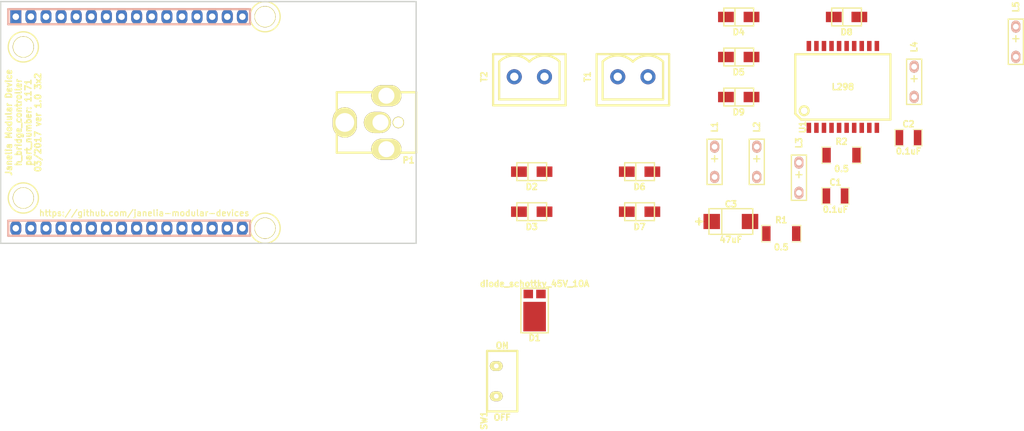
<source format=kicad_pcb>
(kicad_pcb (version 20170123) (host pcbnew no-vcs-found-45d1082~58~ubuntu16.04.1)

  (general
    (links 59)
    (no_connects 59)
    (area 85.356699 68.211699 259.953111 140.926461)
    (thickness 1.6)
    (drawings 6)
    (tracks 0)
    (zones 0)
    (modules 25)
    (nets 18)
  )

  (page A4)
  (title_block
    (title h_bridge_controller_3x2)
    (rev 1.0)
  )

  (layers
    (0 F.Cu signal)
    (31 B.Cu signal)
    (32 B.Adhes user)
    (33 F.Adhes user)
    (34 B.Paste user)
    (35 F.Paste user)
    (36 B.SilkS user)
    (37 F.SilkS user)
    (38 B.Mask user)
    (39 F.Mask user)
    (40 Dwgs.User user hide)
    (41 Cmts.User user)
    (42 Eco1.User user)
    (43 Eco2.User user)
    (44 Edge.Cuts user)
    (45 Margin user)
    (46 B.CrtYd user)
    (47 F.CrtYd user)
    (48 B.Fab user)
    (49 F.Fab user hide)
  )

  (setup
    (last_trace_width 0.254)
    (trace_clearance 0.0254)
    (zone_clearance 0.2032)
    (zone_45_only no)
    (trace_min 0.254)
    (segment_width 0.2286)
    (edge_width 0.2286)
    (via_size 0.889)
    (via_drill 0.635)
    (via_min_size 0.889)
    (via_min_drill 0.508)
    (uvia_size 0.508)
    (uvia_drill 0.127)
    (uvias_allowed no)
    (uvia_min_size 0.508)
    (uvia_min_drill 0.127)
    (pcb_text_width 0.3)
    (pcb_text_size 1.5 1.5)
    (mod_edge_width 0.381)
    (mod_text_size 1 1)
    (mod_text_width 0.15)
    (pad_size 1.016 4.4958)
    (pad_drill 0)
    (pad_to_mask_clearance 0)
    (aux_axis_origin 0 0)
    (visible_elements FFFFF77F)
    (pcbplotparams
      (layerselection 0x000f0_ffffffff)
      (usegerberextensions true)
      (excludeedgelayer false)
      (linewidth 0.100000)
      (plotframeref false)
      (viasonmask false)
      (mode 1)
      (useauxorigin false)
      (hpglpennumber 1)
      (hpglpenspeed 20)
      (hpglpendiameter 15)
      (psnegative false)
      (psa4output false)
      (plotreference true)
      (plotvalue true)
      (plotinvisibletext false)
      (padsonsilk false)
      (subtractmaskfromsilk true)
      (outputformat 1)
      (mirror false)
      (drillshape 0)
      (scaleselection 1)
      (outputdirectory gerbers/))
  )

  (net 0 "")
  (net 1 VAA)
  (net 2 GND)
  (net 3 VEE)
  (net 4 VDD)
  (net 5 /h_bridge_0/OUT_+_0)
  (net 6 /h_bridge_0/OUT_-_0)
  (net 7 /h_bridge_0/OUT_+_1)
  (net 8 /h_bridge_0/OUT_-_1)
  (net 9 LED_GND)
  (net 10 /SENSE_0)
  (net 11 /SENSE_1)
  (net 12 /DIR_A_0)
  (net 13 /DIR_B_0)
  (net 14 /DIR_A_1)
  (net 15 /DIR_B_1)
  (net 16 /ENABLE_0)
  (net 17 /ENABLE_1)

  (net_class Default "This is the default net class."
    (clearance 0.0254)
    (trace_width 0.254)
    (via_dia 0.889)
    (via_drill 0.635)
    (uvia_dia 0.508)
    (uvia_drill 0.127)
    (diff_pair_gap 0.254)
    (diff_pair_width 0.254)
    (add_net /DIR_A_0)
    (add_net /DIR_A_1)
    (add_net /DIR_B_0)
    (add_net /DIR_B_1)
    (add_net /ENABLE_0)
    (add_net /ENABLE_1)
    (add_net /SENSE_0)
    (add_net /SENSE_1)
    (add_net /h_bridge_0/OUT_+_0)
    (add_net /h_bridge_0/OUT_+_1)
    (add_net /h_bridge_0/OUT_-_0)
    (add_net /h_bridge_0/OUT_-_1)
    (add_net GND)
    (add_net LED_GND)
    (add_net VAA)
    (add_net VDD)
    (add_net VEE)
  )

  (net_class GND ""
    (clearance 0.1016)
    (trace_width 0.4064)
    (via_dia 0.889)
    (via_drill 0.635)
    (uvia_dia 0.508)
    (uvia_drill 0.127)
    (diff_pair_gap 0.254)
    (diff_pair_width 0.254)
  )

  (net_class LEDPOWER ""
    (clearance 0.254)
    (trace_width 0.6096)
    (via_dia 0.889)
    (via_drill 0.635)
    (uvia_dia 0.508)
    (uvia_drill 0.127)
    (diff_pair_gap 0.254)
    (diff_pair_width 0.254)
  )

  (net_class POWER ""
    (clearance 0.254)
    (trace_width 0.8128)
    (via_dia 0.889)
    (via_drill 0.635)
    (uvia_dia 0.508)
    (uvia_drill 0.127)
    (diff_pair_gap 0.254)
    (diff_pair_width 0.254)
  )

  (net_class SIGNAL ""
    (clearance 0.1016)
    (trace_width 0.4064)
    (via_dia 0.889)
    (via_drill 0.635)
    (uvia_dia 0.508)
    (uvia_drill 0.127)
    (diff_pair_gap 0.254)
    (diff_pair_width 0.254)
  )

  (net_class SUPERPOWER ""
    (clearance 0.254)
    (trace_width 1.2192)
    (via_dia 0.889)
    (via_drill 0.635)
    (uvia_dia 0.508)
    (uvia_drill 0.127)
    (diff_pair_gap 0.254)
    (diff_pair_width 0.254)
  )

  (module h_bridge_controller_3x2:MODULAR_DEVICE_BASE_3X2_MALE (layer F.Cu) (tedit 5894A56C) (tstamp 589B69A7)
    (at 107.315 88.9)
    (path /589B6745)
    (fp_text reference MDB1 (at 0 0) (layer F.SilkS) hide
      (effects (font (size 1.016 1.016) (thickness 0.254)))
    )
    (fp_text value MODULAR_DEVICE_BASE_3X2_MALE (at 0 2.54) (layer F.SilkS) hide
      (effects (font (thickness 0.3048)))
    )
    (fp_circle (center -17.78 -12.7) (end -15.24 -12.7) (layer F.SilkS) (width 0.2286))
    (fp_circle (center -17.78 12.7) (end -15.24 12.7) (layer F.SilkS) (width 0.2286))
    (fp_circle (center 22.86 17.78) (end 25.4 17.78) (layer F.SilkS) (width 0.2286))
    (fp_circle (center 22.86 -17.78) (end 25.4 -17.78) (layer F.SilkS) (width 0.2286))
    (fp_line (start -20.32 16.51) (end -20.32 19.05) (layer B.SilkS) (width 0.381))
    (fp_line (start -20.32 19.05) (end 20.32 19.05) (layer B.SilkS) (width 0.381))
    (fp_line (start 20.32 19.05) (end 20.32 16.51) (layer B.SilkS) (width 0.381))
    (fp_line (start 20.32 16.51) (end -20.32 16.51) (layer B.SilkS) (width 0.381))
    (fp_line (start -20.32 -19.05) (end -20.32 -16.51) (layer B.SilkS) (width 0.381))
    (fp_line (start -20.32 -16.51) (end 20.32 -16.51) (layer B.SilkS) (width 0.381))
    (fp_line (start 20.32 -16.51) (end 20.32 -19.05) (layer B.SilkS) (width 0.381))
    (fp_line (start 20.32 -19.05) (end -20.32 -19.05) (layer B.SilkS) (width 0.381))
    (fp_line (start -21.59 -20.32) (end -21.59 20.32) (layer F.Fab) (width 0.2286))
    (fp_line (start -21.59 20.32) (end 48.26 20.32) (layer F.Fab) (width 0.2286))
    (fp_line (start 48.26 20.32) (end 48.26 -20.32) (layer F.Fab) (width 0.2286))
    (fp_line (start 48.26 -20.32) (end -21.59 -20.32) (layer F.Fab) (width 0.2286))
    (pad GND thru_hole oval (at -16.51 -17.78) (size 1.8542 2.54) (drill 1.0922) (layers *.Cu *.Mask)
      (net 2 GND))
    (pad 24 thru_hole oval (at -13.97 -17.78) (size 1.8542 2.54) (drill 1.0922) (layers *.Cu *.Mask))
    (pad VDD thru_hole rect (at -19.05 -17.78) (size 1.8542 2.54) (drill 1.0922) (layers *.Cu *.Mask)
      (net 4 VDD))
    (pad 25 thru_hole oval (at -11.43 -17.78) (size 1.8542 2.54) (drill 1.0922) (layers *.Cu *.Mask))
    (pad 2 thru_hole oval (at -8.89 -17.78) (size 1.8542 2.54) (drill 1.0922) (layers *.Cu *.Mask))
    (pad 3 thru_hole oval (at -6.35 -17.78) (size 1.8542 2.54) (drill 1.0922) (layers *.Cu *.Mask))
    (pad 4 thru_hole oval (at -3.81 -17.78) (size 1.8542 2.54) (drill 1.0922) (layers *.Cu *.Mask))
    (pad 5 thru_hole oval (at -1.27 -17.78) (size 1.8542 2.54) (drill 1.0922) (layers *.Cu *.Mask))
    (pad 6 thru_hole oval (at 1.27 -17.78) (size 1.8542 2.54) (drill 1.0922) (layers *.Cu *.Mask))
    (pad 30 thru_hole oval (at 3.81 -17.78) (size 1.8542 2.54) (drill 1.0922) (layers *.Cu *.Mask))
    (pad 29 thru_hole oval (at 6.35 -17.78) (size 1.8542 2.54) (drill 1.0922) (layers *.Cu *.Mask))
    (pad 9 thru_hole oval (at 8.89 -17.78) (size 1.8542 2.54) (drill 1.0922) (layers *.Cu *.Mask))
    (pad 10 thru_hole oval (at 11.43 -17.78) (size 1.8542 2.54) (drill 1.0922) (layers *.Cu *.Mask))
    (pad 11 thru_hole oval (at 13.97 -17.78) (size 1.8542 2.54) (drill 1.0922) (layers *.Cu *.Mask))
    (pad 12 thru_hole oval (at 16.51 -17.78) (size 1.8542 2.54) (drill 1.0922) (layers *.Cu *.Mask))
    (pad 28 thru_hole oval (at 19.05 -17.78) (size 1.8542 2.54) (drill 1.0922) (layers *.Cu *.Mask))
    (pad DAC thru_hole oval (at 19.05 17.78) (size 1.8542 2.54) (drill 1.0922) (layers *.Cu *.Mask))
    (pad 13 thru_hole oval (at 16.51 17.78) (size 1.8542 2.54) (drill 1.0922) (layers *.Cu *.Mask))
    (pad 14 thru_hole oval (at 13.97 17.78) (size 1.8542 2.54) (drill 1.0922) (layers *.Cu *.Mask)
      (net 10 /SENSE_0))
    (pad 15 thru_hole oval (at 11.43 17.78) (size 1.8542 2.54) (drill 1.0922) (layers *.Cu *.Mask)
      (net 11 /SENSE_1))
    (pad 16 thru_hole oval (at 8.89 17.78) (size 1.8542 2.54) (drill 1.0922) (layers *.Cu *.Mask))
    (pad 17 thru_hole oval (at 6.35 17.78) (size 1.8542 2.54) (drill 1.0922) (layers *.Cu *.Mask))
    (pad 18 thru_hole oval (at 3.81 17.78) (size 1.8542 2.54) (drill 1.0922) (layers *.Cu *.Mask)
      (net 12 /DIR_A_0))
    (pad 19 thru_hole oval (at 1.27 17.78) (size 1.8542 2.54) (drill 1.0922) (layers *.Cu *.Mask)
      (net 13 /DIR_B_0))
    (pad 20 thru_hole oval (at -1.27 17.78) (size 1.8542 2.54) (drill 1.0922) (layers *.Cu *.Mask)
      (net 14 /DIR_A_1))
    (pad 21 thru_hole oval (at -3.81 17.78) (size 1.8542 2.54) (drill 1.0922) (layers *.Cu *.Mask)
      (net 15 /DIR_B_1))
    (pad 22 thru_hole oval (at -6.35 17.78) (size 1.8542 2.54) (drill 1.0922) (layers *.Cu *.Mask)
      (net 16 /ENABLE_0))
    (pad 23 thru_hole oval (at -8.89 17.78) (size 1.8542 2.54) (drill 1.0922) (layers *.Cu *.Mask)
      (net 17 /ENABLE_1))
    (pad 3V3 thru_hole oval (at -11.43 17.78) (size 1.8542 2.54) (drill 1.0922) (layers *.Cu *.Mask))
    (pad AGND thru_hole oval (at -13.97 17.78) (size 1.8542 2.54) (drill 1.0922) (layers *.Cu *.Mask))
    (pad VEE thru_hole oval (at -16.51 17.78) (size 1.8542 2.54) (drill 1.0922) (layers *.Cu *.Mask)
      (net 3 VEE))
    (pad AREF thru_hole oval (at -19.05 17.78) (size 1.8542 2.54) (drill 1.0922) (layers *.Cu *.Mask))
    (pad "" thru_hole circle (at -17.78 -12.7) (size 3.556 3.556) (drill 3.302) (layers *.Cu *.Mask F.SilkS))
    (pad "" thru_hole circle (at -17.78 12.7) (size 3.556 3.556) (drill 3.302) (layers *.Cu *.Mask F.SilkS))
    (pad "" thru_hole circle (at 22.86 17.78) (size 3.556 3.556) (drill 3.302) (layers *.Cu *.Mask F.SilkS))
    (pad "" thru_hole circle (at 22.86 -17.78) (size 3.556 3.556) (drill 3.302) (layers *.Cu *.Mask F.SilkS))
  )

  (module h_bridge_controller_3x2:SM1210 (layer F.Cu) (tedit 5481F170) (tstamp 58BF9C48)
    (at 226.076802 101.256719)
    (tags "CMS SM")
    (path /58BF1669/58BF2319)
    (attr smd)
    (fp_text reference C1 (at 0 -2.286) (layer F.SilkS)
      (effects (font (size 1.016 1.016) (thickness 0.254)))
    )
    (fp_text value 0.1uF (at 0 2.286) (layer F.SilkS)
      (effects (font (size 1.016 1.016) (thickness 0.254)))
    )
    (fp_line (start -0.762 -1.397) (end -2.286 -1.397) (layer F.SilkS) (width 0.127))
    (fp_line (start -2.286 -1.397) (end -2.286 1.397) (layer F.SilkS) (width 0.127))
    (fp_line (start -2.286 1.397) (end -0.762 1.397) (layer F.SilkS) (width 0.127))
    (fp_line (start 0.762 1.397) (end 2.286 1.397) (layer F.SilkS) (width 0.127))
    (fp_line (start 2.286 1.397) (end 2.286 -1.397) (layer F.SilkS) (width 0.127))
    (fp_line (start 2.286 -1.397) (end 0.762 -1.397) (layer F.SilkS) (width 0.127))
    (pad 1 smd rect (at -1.524 0) (size 1.27 2.54) (layers F.Cu F.Paste F.Mask)
      (net 1 VAA))
    (pad 2 smd rect (at 1.524 0) (size 1.27 2.54) (layers F.Cu F.Paste F.Mask)
      (net 2 GND))
    (model smd/chip_cms.wrl
      (at (xyz 0 0 0))
      (scale (xyz 0.17 0.2 0.17))
      (rotate (xyz 0 0 0))
    )
  )

  (module h_bridge_controller_3x2:SM1210 (layer F.Cu) (tedit 5481F170) (tstamp 58BF9C54)
    (at 238.356802 91.456719)
    (tags "CMS SM")
    (path /58BF1669/58BF2363)
    (attr smd)
    (fp_text reference C2 (at 0 -2.286) (layer F.SilkS)
      (effects (font (size 1.016 1.016) (thickness 0.254)))
    )
    (fp_text value 0.1uF (at 0 2.286) (layer F.SilkS)
      (effects (font (size 1.016 1.016) (thickness 0.254)))
    )
    (fp_line (start 2.286 -1.397) (end 0.762 -1.397) (layer F.SilkS) (width 0.127))
    (fp_line (start 2.286 1.397) (end 2.286 -1.397) (layer F.SilkS) (width 0.127))
    (fp_line (start 0.762 1.397) (end 2.286 1.397) (layer F.SilkS) (width 0.127))
    (fp_line (start -2.286 1.397) (end -0.762 1.397) (layer F.SilkS) (width 0.127))
    (fp_line (start -2.286 -1.397) (end -2.286 1.397) (layer F.SilkS) (width 0.127))
    (fp_line (start -0.762 -1.397) (end -2.286 -1.397) (layer F.SilkS) (width 0.127))
    (pad 2 smd rect (at 1.524 0) (size 1.27 2.54) (layers F.Cu F.Paste F.Mask)
      (net 2 GND))
    (pad 1 smd rect (at -1.524 0) (size 1.27 2.54) (layers F.Cu F.Paste F.Mask)
      (net 3 VEE))
    (model smd/chip_cms.wrl
      (at (xyz 0 0 0))
      (scale (xyz 0.17 0.2 0.17))
      (rotate (xyz 0 0 0))
    )
  )

  (module h_bridge_controller_3x2:SM2917_POL (layer F.Cu) (tedit 570696B5) (tstamp 58BF9C61)
    (at 208.489802 105.551719)
    (tags "CMS SM")
    (path /58BF1669/58BF2555)
    (attr smd)
    (fp_text reference C3 (at 0 -2.921) (layer F.SilkS)
      (effects (font (size 1.016 1.016) (thickness 0.254)))
    )
    (fp_text value 47uF (at 0 3.048) (layer F.SilkS)
      (effects (font (size 1.016 1.016) (thickness 0.254)))
    )
    (fp_line (start -1.524 -2.159) (end -1.524 2.159) (layer F.SilkS) (width 0.2286))
    (fp_line (start -3.683 2.159) (end 3.683 2.159) (layer F.SilkS) (width 0.2286))
    (fp_line (start -3.683 -2.159) (end 3.683 -2.159) (layer F.SilkS) (width 0.2286))
    (fp_line (start -5.334 0.508) (end -5.334 -0.508) (layer F.SilkS) (width 0.381))
    (fp_line (start -4.826 0) (end -5.842 0) (layer F.SilkS) (width 0.381))
    (fp_line (start -3.683 -2.159) (end -3.683 2.159) (layer F.SilkS) (width 0.2286))
    (fp_line (start 3.683 2.159) (end 3.683 -2.159) (layer F.SilkS) (width 0.2286))
    (pad 1 smd rect (at -3.22 0) (size 2.77 2.55) (layers F.Cu F.Paste F.Mask)
      (net 1 VAA))
    (pad 2 smd rect (at 3.22 0) (size 2.77 2.55) (layers F.Cu F.Paste F.Mask)
      (net 2 GND))
    (model smd/chip_cms.wrl
      (at (xyz 0 0 0))
      (scale (xyz 0.17 0.2 0.17))
      (rotate (xyz 0 0 0))
    )
  )

  (module h_bridge_controller_3x2:CFP15 (layer F.Cu) (tedit 57682CDB) (tstamp 58BF9C6C)
    (at 175.492491 120.520719)
    (path /58BF2018)
    (fp_text reference D1 (at 0 4.6) (layer F.SilkS)
      (effects (font (size 1.016 1.016) (thickness 0.254)))
    )
    (fp_text value diode_schottky_45V_10A (at 0 -4.5) (layer F.SilkS)
      (effects (font (size 1.016 1.016) (thickness 0.254)))
    )
    (fp_line (start -2.3 -3.75) (end 2.3 -3.75) (layer F.SilkS) (width 0.2286))
    (fp_line (start 2.3 -3.75) (end 2.3 3.75) (layer F.SilkS) (width 0.2286))
    (fp_line (start 2.3 3.75) (end -2.3 3.75) (layer F.SilkS) (width 0.2286))
    (fp_line (start -2.3 3.75) (end -2.3 -3.75) (layer F.SilkS) (width 0.2286))
    (pad 1 smd rect (at 0 1.02) (size 3.8 4.96) (layers F.Cu F.Paste F.Mask)
      (net 4 VDD) (solder_mask_margin 0.1) (clearance 0.1))
    (pad 2 smd rect (at -1.065 -2.78) (size 1.6 1.44) (layers F.Cu F.Paste F.Mask)
      (net 1 VAA) (solder_mask_margin 0.1) (clearance 0.1))
    (pad 2 smd rect (at 1.065 -2.78) (size 1.6 1.44) (layers F.Cu F.Paste F.Mask)
      (net 1 VAA) (solder_mask_margin 0.1) (clearance 0.1))
  )

  (module "h_bridge_controller_3x2:DO-214AC(SMA)" (layer F.Cu) (tedit 5706AF8F) (tstamp 58BF9C77)
    (at 175.008682 97.175719)
    (path /58BF1669/58BF274C)
    (fp_text reference D2 (at 0 2.54) (layer F.SilkS)
      (effects (font (size 1.016 1.016) (thickness 0.254)))
    )
    (fp_text value diode_schottky_40V_1A (at 0 -1.905) (layer F.SilkS) hide
      (effects (font (size 1.016 1.016) (thickness 0.254)))
    )
    (fp_line (start -0.635 -1.5) (end -0.635 1.5) (layer F.SilkS) (width 0.2286))
    (fp_line (start -2.5 1.5) (end -2.5 -1.5) (layer F.SilkS) (width 0.2286))
    (fp_line (start 2.5 1.5) (end -2.5 1.5) (layer F.SilkS) (width 0.2286))
    (fp_line (start 2.5 -1.5) (end 2.5 1.5) (layer F.SilkS) (width 0.2286))
    (fp_line (start -2.5 -1.5) (end 2.5 -1.5) (layer F.SilkS) (width 0.2286))
    (pad 2 smd rect (at 2.15 0) (size 2.65 1.75) (layers F.Cu F.Paste F.Mask)
      (net 5 /h_bridge_0/OUT_+_0))
    (pad 1 smd rect (at -2.15 0) (size 2.65 1.75) (layers F.Cu F.Paste F.Mask)
      (net 1 VAA))
  )

  (module "h_bridge_controller_3x2:DO-214AC(SMA)" (layer F.Cu) (tedit 5706AF8F) (tstamp 58BF9C82)
    (at 175.008682 103.905719)
    (path /58BF1669/58BF27A0)
    (fp_text reference D3 (at 0 2.54) (layer F.SilkS)
      (effects (font (size 1.016 1.016) (thickness 0.254)))
    )
    (fp_text value diode_schottky_40V_1A (at 0 -1.905) (layer F.SilkS) hide
      (effects (font (size 1.016 1.016) (thickness 0.254)))
    )
    (fp_line (start -2.5 -1.5) (end 2.5 -1.5) (layer F.SilkS) (width 0.2286))
    (fp_line (start 2.5 -1.5) (end 2.5 1.5) (layer F.SilkS) (width 0.2286))
    (fp_line (start 2.5 1.5) (end -2.5 1.5) (layer F.SilkS) (width 0.2286))
    (fp_line (start -2.5 1.5) (end -2.5 -1.5) (layer F.SilkS) (width 0.2286))
    (fp_line (start -0.635 -1.5) (end -0.635 1.5) (layer F.SilkS) (width 0.2286))
    (pad 1 smd rect (at -2.15 0) (size 2.65 1.75) (layers F.Cu F.Paste F.Mask)
      (net 5 /h_bridge_0/OUT_+_0))
    (pad 2 smd rect (at 2.15 0) (size 2.65 1.75) (layers F.Cu F.Paste F.Mask)
      (net 2 GND))
  )

  (module "h_bridge_controller_3x2:DO-214AC(SMA)" (layer F.Cu) (tedit 5706AF8F) (tstamp 58BF9C8D)
    (at 209.808682 71.165719)
    (path /58BF1669/58BF295D)
    (fp_text reference D4 (at 0 2.54) (layer F.SilkS)
      (effects (font (size 1.016 1.016) (thickness 0.254)))
    )
    (fp_text value diode_schottky_40V_1A (at 0 -1.905) (layer F.SilkS) hide
      (effects (font (size 1.016 1.016) (thickness 0.254)))
    )
    (fp_line (start -0.635 -1.5) (end -0.635 1.5) (layer F.SilkS) (width 0.2286))
    (fp_line (start -2.5 1.5) (end -2.5 -1.5) (layer F.SilkS) (width 0.2286))
    (fp_line (start 2.5 1.5) (end -2.5 1.5) (layer F.SilkS) (width 0.2286))
    (fp_line (start 2.5 -1.5) (end 2.5 1.5) (layer F.SilkS) (width 0.2286))
    (fp_line (start -2.5 -1.5) (end 2.5 -1.5) (layer F.SilkS) (width 0.2286))
    (pad 2 smd rect (at 2.15 0) (size 2.65 1.75) (layers F.Cu F.Paste F.Mask)
      (net 6 /h_bridge_0/OUT_-_0))
    (pad 1 smd rect (at -2.15 0) (size 2.65 1.75) (layers F.Cu F.Paste F.Mask)
      (net 1 VAA))
  )

  (module "h_bridge_controller_3x2:DO-214AC(SMA)" (layer F.Cu) (tedit 5706AF8F) (tstamp 58BF9C98)
    (at 209.808682 77.895719)
    (path /58BF1669/58BF2966)
    (fp_text reference D5 (at 0 2.54) (layer F.SilkS)
      (effects (font (size 1.016 1.016) (thickness 0.254)))
    )
    (fp_text value diode_schottky_40V_1A (at 0 -1.905) (layer F.SilkS) hide
      (effects (font (size 1.016 1.016) (thickness 0.254)))
    )
    (fp_line (start -2.5 -1.5) (end 2.5 -1.5) (layer F.SilkS) (width 0.2286))
    (fp_line (start 2.5 -1.5) (end 2.5 1.5) (layer F.SilkS) (width 0.2286))
    (fp_line (start 2.5 1.5) (end -2.5 1.5) (layer F.SilkS) (width 0.2286))
    (fp_line (start -2.5 1.5) (end -2.5 -1.5) (layer F.SilkS) (width 0.2286))
    (fp_line (start -0.635 -1.5) (end -0.635 1.5) (layer F.SilkS) (width 0.2286))
    (pad 1 smd rect (at -2.15 0) (size 2.65 1.75) (layers F.Cu F.Paste F.Mask)
      (net 6 /h_bridge_0/OUT_-_0))
    (pad 2 smd rect (at 2.15 0) (size 2.65 1.75) (layers F.Cu F.Paste F.Mask)
      (net 2 GND))
  )

  (module "h_bridge_controller_3x2:DO-214AC(SMA)" (layer F.Cu) (tedit 5706AF8F) (tstamp 58BF9CA3)
    (at 193.138682 97.175719)
    (path /58BF1669/58BF2A39)
    (fp_text reference D6 (at 0 2.54) (layer F.SilkS)
      (effects (font (size 1.016 1.016) (thickness 0.254)))
    )
    (fp_text value diode_schottky_40V_1A (at 0 -1.905) (layer F.SilkS) hide
      (effects (font (size 1.016 1.016) (thickness 0.254)))
    )
    (fp_line (start -2.5 -1.5) (end 2.5 -1.5) (layer F.SilkS) (width 0.2286))
    (fp_line (start 2.5 -1.5) (end 2.5 1.5) (layer F.SilkS) (width 0.2286))
    (fp_line (start 2.5 1.5) (end -2.5 1.5) (layer F.SilkS) (width 0.2286))
    (fp_line (start -2.5 1.5) (end -2.5 -1.5) (layer F.SilkS) (width 0.2286))
    (fp_line (start -0.635 -1.5) (end -0.635 1.5) (layer F.SilkS) (width 0.2286))
    (pad 1 smd rect (at -2.15 0) (size 2.65 1.75) (layers F.Cu F.Paste F.Mask)
      (net 1 VAA))
    (pad 2 smd rect (at 2.15 0) (size 2.65 1.75) (layers F.Cu F.Paste F.Mask)
      (net 7 /h_bridge_0/OUT_+_1))
  )

  (module "h_bridge_controller_3x2:DO-214AC(SMA)" (layer F.Cu) (tedit 5706AF8F) (tstamp 58BF9CAE)
    (at 193.138682 103.905719)
    (path /58BF1669/58BF2A42)
    (fp_text reference D7 (at 0 2.54) (layer F.SilkS)
      (effects (font (size 1.016 1.016) (thickness 0.254)))
    )
    (fp_text value diode_schottky_40V_1A (at 0 -1.905) (layer F.SilkS) hide
      (effects (font (size 1.016 1.016) (thickness 0.254)))
    )
    (fp_line (start -0.635 -1.5) (end -0.635 1.5) (layer F.SilkS) (width 0.2286))
    (fp_line (start -2.5 1.5) (end -2.5 -1.5) (layer F.SilkS) (width 0.2286))
    (fp_line (start 2.5 1.5) (end -2.5 1.5) (layer F.SilkS) (width 0.2286))
    (fp_line (start 2.5 -1.5) (end 2.5 1.5) (layer F.SilkS) (width 0.2286))
    (fp_line (start -2.5 -1.5) (end 2.5 -1.5) (layer F.SilkS) (width 0.2286))
    (pad 2 smd rect (at 2.15 0) (size 2.65 1.75) (layers F.Cu F.Paste F.Mask)
      (net 2 GND))
    (pad 1 smd rect (at -2.15 0) (size 2.65 1.75) (layers F.Cu F.Paste F.Mask)
      (net 7 /h_bridge_0/OUT_+_1))
  )

  (module "h_bridge_controller_3x2:DO-214AC(SMA)" (layer F.Cu) (tedit 5706AF8F) (tstamp 58BF9CB9)
    (at 227.938682 71.165719)
    (path /58BF1669/58BF2A5D)
    (fp_text reference D8 (at 0 2.54) (layer F.SilkS)
      (effects (font (size 1.016 1.016) (thickness 0.254)))
    )
    (fp_text value diode_schottky_40V_1A (at 0 -1.905) (layer F.SilkS) hide
      (effects (font (size 1.016 1.016) (thickness 0.254)))
    )
    (fp_line (start -2.5 -1.5) (end 2.5 -1.5) (layer F.SilkS) (width 0.2286))
    (fp_line (start 2.5 -1.5) (end 2.5 1.5) (layer F.SilkS) (width 0.2286))
    (fp_line (start 2.5 1.5) (end -2.5 1.5) (layer F.SilkS) (width 0.2286))
    (fp_line (start -2.5 1.5) (end -2.5 -1.5) (layer F.SilkS) (width 0.2286))
    (fp_line (start -0.635 -1.5) (end -0.635 1.5) (layer F.SilkS) (width 0.2286))
    (pad 1 smd rect (at -2.15 0) (size 2.65 1.75) (layers F.Cu F.Paste F.Mask)
      (net 1 VAA))
    (pad 2 smd rect (at 2.15 0) (size 2.65 1.75) (layers F.Cu F.Paste F.Mask)
      (net 8 /h_bridge_0/OUT_-_1))
  )

  (module "h_bridge_controller_3x2:DO-214AC(SMA)" (layer F.Cu) (tedit 5706AF8F) (tstamp 58BF9CC4)
    (at 209.808682 84.625719)
    (path /58BF1669/58BF2A66)
    (fp_text reference D9 (at 0 2.54) (layer F.SilkS)
      (effects (font (size 1.016 1.016) (thickness 0.254)))
    )
    (fp_text value diode_schottky_40V_1A (at 0 -1.905) (layer F.SilkS) hide
      (effects (font (size 1.016 1.016) (thickness 0.254)))
    )
    (fp_line (start -0.635 -1.5) (end -0.635 1.5) (layer F.SilkS) (width 0.2286))
    (fp_line (start -2.5 1.5) (end -2.5 -1.5) (layer F.SilkS) (width 0.2286))
    (fp_line (start 2.5 1.5) (end -2.5 1.5) (layer F.SilkS) (width 0.2286))
    (fp_line (start 2.5 -1.5) (end 2.5 1.5) (layer F.SilkS) (width 0.2286))
    (fp_line (start -2.5 -1.5) (end 2.5 -1.5) (layer F.SilkS) (width 0.2286))
    (pad 2 smd rect (at 2.15 0) (size 2.65 1.75) (layers F.Cu F.Paste F.Mask)
      (net 2 GND))
    (pad 1 smd rect (at -2.15 0) (size 2.65 1.75) (layers F.Cu F.Paste F.Mask)
      (net 8 /h_bridge_0/OUT_-_1))
  )

  (module h_bridge_controller_3x2:LED_555-3XXX (layer F.Cu) (tedit 54AD9970) (tstamp 58BF9CD0)
    (at 205.753253 95.519747)
    (path /58BF9304)
    (fp_text reference L1 (at 0 -5.842 270) (layer F.SilkS)
      (effects (font (size 1.016 1.016) (thickness 0.254)))
    )
    (fp_text value LED_24V (at 0 4.826) (layer F.SilkS) hide
      (effects (font (size 1.016 1.016) (thickness 0.254)))
    )
    (fp_line (start -1.27 3.81) (end -1.27 -3.81) (layer F.SilkS) (width 0.2286))
    (fp_line (start 1.27 3.81) (end -1.27 3.81) (layer F.SilkS) (width 0.2286))
    (fp_line (start 1.27 -3.81) (end 1.27 3.81) (layer F.SilkS) (width 0.2286))
    (fp_line (start -1.27 -3.81) (end 1.27 -3.81) (layer F.SilkS) (width 0.2286))
    (fp_line (start 0 0) (end 0 -1.016) (layer F.SilkS) (width 0.2286))
    (fp_line (start -0.508 -0.508) (end 0.508 -0.508) (layer F.SilkS) (width 0.2286))
    (pad 2 thru_hole oval (at 0 2.54) (size 1.524 2.032) (drill 0.9652) (layers *.Cu *.SilkS *.Mask)
      (net 9 LED_GND))
    (pad 1 thru_hole oval (at 0 -2.54) (size 1.524 2.032) (drill 0.9652) (layers *.Cu *.SilkS *.Mask)
      (net 1 VAA))
  )

  (module h_bridge_controller_3x2:LED_555-3XXX (layer F.Cu) (tedit 54AD9970) (tstamp 58BF9CDC)
    (at 212.843253 95.519747)
    (path /58BF1669/58BF3502)
    (fp_text reference L2 (at 0 -5.842 270) (layer F.SilkS)
      (effects (font (size 1.016 1.016) (thickness 0.254)))
    )
    (fp_text value LED_24V (at 0 4.826) (layer F.SilkS) hide
      (effects (font (size 1.016 1.016) (thickness 0.254)))
    )
    (fp_line (start -0.508 -0.508) (end 0.508 -0.508) (layer F.SilkS) (width 0.2286))
    (fp_line (start 0 0) (end 0 -1.016) (layer F.SilkS) (width 0.2286))
    (fp_line (start -1.27 -3.81) (end 1.27 -3.81) (layer F.SilkS) (width 0.2286))
    (fp_line (start 1.27 -3.81) (end 1.27 3.81) (layer F.SilkS) (width 0.2286))
    (fp_line (start 1.27 3.81) (end -1.27 3.81) (layer F.SilkS) (width 0.2286))
    (fp_line (start -1.27 3.81) (end -1.27 -3.81) (layer F.SilkS) (width 0.2286))
    (pad 1 thru_hole oval (at 0 -2.54) (size 1.524 2.032) (drill 0.9652) (layers *.Cu *.SilkS *.Mask)
      (net 5 /h_bridge_0/OUT_+_0))
    (pad 2 thru_hole oval (at 0 2.54) (size 1.524 2.032) (drill 0.9652) (layers *.Cu *.SilkS *.Mask)
      (net 9 LED_GND))
  )

  (module h_bridge_controller_3x2:LED_555-3XXX (layer F.Cu) (tedit 54AD9970) (tstamp 58BF9CE8)
    (at 219.933253 98.189747)
    (path /58BF1669/58BF36C5)
    (fp_text reference L3 (at 0 -5.842 270) (layer F.SilkS)
      (effects (font (size 1.016 1.016) (thickness 0.254)))
    )
    (fp_text value LED_24V (at 0 4.826) (layer F.SilkS) hide
      (effects (font (size 1.016 1.016) (thickness 0.254)))
    )
    (fp_line (start -1.27 3.81) (end -1.27 -3.81) (layer F.SilkS) (width 0.2286))
    (fp_line (start 1.27 3.81) (end -1.27 3.81) (layer F.SilkS) (width 0.2286))
    (fp_line (start 1.27 -3.81) (end 1.27 3.81) (layer F.SilkS) (width 0.2286))
    (fp_line (start -1.27 -3.81) (end 1.27 -3.81) (layer F.SilkS) (width 0.2286))
    (fp_line (start 0 0) (end 0 -1.016) (layer F.SilkS) (width 0.2286))
    (fp_line (start -0.508 -0.508) (end 0.508 -0.508) (layer F.SilkS) (width 0.2286))
    (pad 2 thru_hole oval (at 0 2.54) (size 1.524 2.032) (drill 0.9652) (layers *.Cu *.SilkS *.Mask)
      (net 9 LED_GND))
    (pad 1 thru_hole oval (at 0 -2.54) (size 1.524 2.032) (drill 0.9652) (layers *.Cu *.SilkS *.Mask)
      (net 6 /h_bridge_0/OUT_-_0))
  )

  (module h_bridge_controller_3x2:LED_555-3XXX (layer F.Cu) (tedit 54AD9970) (tstamp 58BF9CF4)
    (at 239.303253 82.059747)
    (path /58BF1669/58BF3761)
    (fp_text reference L4 (at 0 -5.842 270) (layer F.SilkS)
      (effects (font (size 1.016 1.016) (thickness 0.254)))
    )
    (fp_text value LED_24V (at 0 4.826) (layer F.SilkS) hide
      (effects (font (size 1.016 1.016) (thickness 0.254)))
    )
    (fp_line (start -0.508 -0.508) (end 0.508 -0.508) (layer F.SilkS) (width 0.2286))
    (fp_line (start 0 0) (end 0 -1.016) (layer F.SilkS) (width 0.2286))
    (fp_line (start -1.27 -3.81) (end 1.27 -3.81) (layer F.SilkS) (width 0.2286))
    (fp_line (start 1.27 -3.81) (end 1.27 3.81) (layer F.SilkS) (width 0.2286))
    (fp_line (start 1.27 3.81) (end -1.27 3.81) (layer F.SilkS) (width 0.2286))
    (fp_line (start -1.27 3.81) (end -1.27 -3.81) (layer F.SilkS) (width 0.2286))
    (pad 1 thru_hole oval (at 0 -2.54) (size 1.524 2.032) (drill 0.9652) (layers *.Cu *.SilkS *.Mask)
      (net 7 /h_bridge_0/OUT_+_1))
    (pad 2 thru_hole oval (at 0 2.54) (size 1.524 2.032) (drill 0.9652) (layers *.Cu *.SilkS *.Mask)
      (net 9 LED_GND))
  )

  (module h_bridge_controller_3x2:DCJACK_2PIN_HIGHCURRENT (layer F.Cu) (tedit 5488CB56) (tstamp 58BF9D01)
    (at 155.575 88.9 270)
    (path /58BF1C6A)
    (fp_text reference P1 (at 6.35 1.27) (layer F.SilkS)
      (effects (font (size 1.016 1.016) (thickness 0.254)))
    )
    (fp_text value PWR_JACK_2.5x5.5 (at -6.35 10.795) (layer F.SilkS) hide
      (effects (font (size 1.016 1.016) (thickness 0.254)))
    )
    (fp_line (start -5.08 13.335) (end 5.08 13.335) (layer F.SilkS) (width 0.381))
    (fp_line (start 5.08 13.335) (end 5.08 0) (layer F.SilkS) (width 0.381))
    (fp_line (start -5.08 13.335) (end -5.08 0) (layer F.SilkS) (width 0.381))
    (fp_line (start -5.08 0) (end 5.08 0) (layer F.SilkS) (width 0.381))
    (pad "" thru_hole circle (at 0 2.9972 270) (size 1.9304 1.9304) (drill 1.6002) (layers *.Cu *.Mask F.SilkS))
    (pad 2 thru_hole oval (at 0 5.9944 270) (size 3.556 4.572) (drill 2.6924 (offset 0 0.508)) (layers *.Cu *.Mask F.SilkS)
      (net 2 GND))
    (pad 1 thru_hole oval (at 0 11.9888 270) (size 5.08 4.064) (drill 3.1496) (layers *.Cu *.Mask F.SilkS)
      (net 1 VAA))
    (pad "" thru_hole oval (at -4.4958 5.0038 270) (size 3.556 5.08) (drill 2.6924) (layers *.Cu *.Mask F.SilkS))
    (pad "" thru_hole oval (at 4.4958 5.0038 270) (size 3.556 5.08) (drill 2.6924) (layers *.Cu *.Mask F.SilkS))
  )

  (module h_bridge_controller_3x2:SM2010 (layer F.Cu) (tedit 570676D0) (tstamp 58BF9D0D)
    (at 216.962802 107.586719)
    (tags "CMS SM")
    (path /58BF1669/58BF2C80)
    (attr smd)
    (fp_text reference R1 (at 0 -2.286) (layer F.SilkS)
      (effects (font (size 1.016 1.016) (thickness 0.254)))
    )
    (fp_text value 0.5 (at 0 2.286) (layer F.SilkS)
      (effects (font (size 1.016 1.016) (thickness 0.254)))
    )
    (fp_line (start 3.302 -1.397) (end 1.778 -1.397) (layer F.SilkS) (width 0.127))
    (fp_line (start 3.302 1.397) (end 3.302 -1.397) (layer F.SilkS) (width 0.127))
    (fp_line (start 1.778 1.397) (end 3.302 1.397) (layer F.SilkS) (width 0.127))
    (fp_line (start -3.302 1.397) (end -1.778 1.397) (layer F.SilkS) (width 0.127))
    (fp_line (start -3.302 -1.397) (end -3.302 1.397) (layer F.SilkS) (width 0.127))
    (fp_line (start -1.778 -1.397) (end -3.302 -1.397) (layer F.SilkS) (width 0.127))
    (pad 2 smd rect (at 2.5019 0) (size 1.397 2.4892) (layers F.Cu F.Paste F.Mask)
      (net 2 GND))
    (pad 1 smd rect (at -2.5019 0) (size 1.397 2.4892) (layers F.Cu F.Paste F.Mask)
      (net 10 /SENSE_0))
    (model smd/chip_cms.wrl
      (at (xyz 0 0 0))
      (scale (xyz 0.17 0.2 0.17))
      (rotate (xyz 0 0 0))
    )
  )

  (module h_bridge_controller_3x2:SM2010 (layer F.Cu) (tedit 570676D0) (tstamp 58BF9D19)
    (at 227.092802 94.406719)
    (tags "CMS SM")
    (path /58BF1669/58BF3150)
    (attr smd)
    (fp_text reference R2 (at 0 -2.286) (layer F.SilkS)
      (effects (font (size 1.016 1.016) (thickness 0.254)))
    )
    (fp_text value 0.5 (at 0 2.286) (layer F.SilkS)
      (effects (font (size 1.016 1.016) (thickness 0.254)))
    )
    (fp_line (start -1.778 -1.397) (end -3.302 -1.397) (layer F.SilkS) (width 0.127))
    (fp_line (start -3.302 -1.397) (end -3.302 1.397) (layer F.SilkS) (width 0.127))
    (fp_line (start -3.302 1.397) (end -1.778 1.397) (layer F.SilkS) (width 0.127))
    (fp_line (start 1.778 1.397) (end 3.302 1.397) (layer F.SilkS) (width 0.127))
    (fp_line (start 3.302 1.397) (end 3.302 -1.397) (layer F.SilkS) (width 0.127))
    (fp_line (start 3.302 -1.397) (end 1.778 -1.397) (layer F.SilkS) (width 0.127))
    (pad 1 smd rect (at -2.5019 0) (size 1.397 2.4892) (layers F.Cu F.Paste F.Mask)
      (net 11 /SENSE_1))
    (pad 2 smd rect (at 2.5019 0) (size 1.397 2.4892) (layers F.Cu F.Paste F.Mask)
      (net 2 GND))
    (model smd/chip_cms.wrl
      (at (xyz 0 0 0))
      (scale (xyz 0.17 0.2 0.17))
      (rotate (xyz 0 0 0))
    )
  )

  (module h_bridge_controller_3x2:SPST_SLIDE_AS (layer F.Cu) (tedit 56D0743B) (tstamp 58BF9D25)
    (at 170.040321 132.393271)
    (path /58BF32CA)
    (fp_text reference SW1 (at -3.048 6.604 90) (layer F.SilkS)
      (effects (font (size 1.016 1.016) (thickness 0.254)))
    )
    (fp_text value SPST_SLIDE_AS (at 3.81 0 90) (layer F.SilkS) hide
      (effects (font (size 1.016 1.016) (thickness 0.254)))
    )
    (fp_text user OFF (at 0 6.096) (layer F.SilkS)
      (effects (font (size 1.016 1.016) (thickness 0.254)))
    )
    (fp_text user ON (at 0 -5.969) (layer F.SilkS)
      (effects (font (size 1.016 1.016) (thickness 0.254)))
    )
    (fp_line (start -2.54 -5.08) (end 2.54 -5.08) (layer F.SilkS) (width 0.381))
    (fp_line (start 2.54 -5.08) (end 2.54 5.08) (layer F.SilkS) (width 0.381))
    (fp_line (start 2.54 5.08) (end -2.54 5.08) (layer F.SilkS) (width 0.381))
    (fp_line (start -2.54 5.08) (end -2.54 -5.08) (layer F.SilkS) (width 0.381))
    (pad 1 thru_hole oval (at -0.9906 -2.54) (size 2.159 1.651) (drill 0.7874) (layers *.Cu *.Mask F.SilkS)
      (net 2 GND))
    (pad 3 thru_hole oval (at -0.9906 2.54) (size 2.159 1.651) (drill 0.7874) (layers *.Cu *.Mask F.SilkS)
      (net 9 LED_GND))
  )

  (module h_bridge_controller_3x2:TERM_BLK_HDR_2POS_VERT_0.2IN (layer F.Cu) (tedit 58934E6A) (tstamp 58BF9D41)
    (at 192.012321 81.220128)
    (path /58BF1669/58BF3CCC)
    (fp_text reference T1 (at -7.62 0 90) (layer F.SilkS)
      (effects (font (size 1.016 1.016) (thickness 0.254)))
    )
    (fp_text value TERM_BLK_HDR_2POS_VERT_0.2IN (at 7.5 0 90) (layer F.Fab)
      (effects (font (size 1.016 1.016) (thickness 0.254)))
    )
    (fp_line (start 6.096 -3.81) (end 6.096 -6.2992) (layer F.Fab) (width 0.381))
    (fp_line (start -6.096 -3.81) (end -6.096 -6.2992) (layer F.Fab) (width 0.381))
    (fp_line (start -6.096 -6.2992) (end 6.096 -6.2992) (layer F.Fab) (width 0.381))
    (fp_line (start -6.096 6.2992) (end 6.096 6.2992) (layer F.Fab) (width 0.381))
    (fp_line (start -1.27 11.176) (end -1.27 7.62) (layer F.Fab) (width 0.381))
    (fp_line (start -1.27 7.62) (end -3.81 7.62) (layer F.Fab) (width 0.381))
    (fp_line (start -3.81 7.62) (end -3.81 11.176) (layer F.Fab) (width 0.381))
    (fp_line (start 1.27 11.176) (end 1.27 7.62) (layer F.Fab) (width 0.381))
    (fp_line (start 1.27 7.62) (end 3.81 7.62) (layer F.Fab) (width 0.381))
    (fp_line (start 3.81 7.62) (end 3.81 11.176) (layer F.Fab) (width 0.381))
    (fp_line (start 5.08 -2.54) (end 5.08 3.81) (layer F.SilkS) (width 0.381))
    (fp_line (start 5.08 3.81) (end -5.08 3.81) (layer F.SilkS) (width 0.381))
    (fp_line (start -5.08 3.81) (end -5.08 -2.54) (layer F.SilkS) (width 0.381))
    (fp_line (start 6.096 4.8006) (end 6.096 11.176) (layer F.Fab) (width 0.381))
    (fp_line (start 6.096 11.176) (end -6.096 11.176) (layer F.Fab) (width 0.381))
    (fp_line (start -6.096 11.176) (end -6.096 4.8006) (layer F.Fab) (width 0.381))
    (fp_arc (start 2.54 0) (end 0 -2.54) (angle 90) (layer F.SilkS) (width 0.381))
    (fp_arc (start -2.54 0) (end -5.08 -2.54) (angle 90) (layer F.SilkS) (width 0.381))
    (fp_line (start -6.096 -3.81) (end -6.096 4.8006) (layer F.SilkS) (width 0.381))
    (fp_line (start 6.096 4.8006) (end -6.096 4.8006) (layer F.SilkS) (width 0.381))
    (fp_line (start 6.096 -3.81) (end 6.096 4.8006) (layer F.SilkS) (width 0.381))
    (fp_line (start 6.096 -3.81) (end -6.096 -3.81) (layer F.SilkS) (width 0.381))
    (pad 1 thru_hole circle (at 2.54 0) (size 2.54 2.54) (drill 1.4) (layers *.Cu *.Mask)
      (net 5 /h_bridge_0/OUT_+_0))
    (pad 2 thru_hole circle (at -2.54 0) (size 2.54 2.54) (drill 1.4) (layers *.Cu *.Mask)
      (net 6 /h_bridge_0/OUT_-_0))
  )

  (module h_bridge_controller_3x2:TERM_BLK_HDR_2POS_VERT_0.2IN (layer F.Cu) (tedit 58934E6A) (tstamp 58BF9D5D)
    (at 174.612321 81.220128)
    (path /58BF1669/58BF4303)
    (fp_text reference T2 (at -7.62 0 90) (layer F.SilkS)
      (effects (font (size 1.016 1.016) (thickness 0.254)))
    )
    (fp_text value TERM_BLK_HDR_2POS_VERT_0.2IN (at 7.5 0 90) (layer F.Fab)
      (effects (font (size 1.016 1.016) (thickness 0.254)))
    )
    (fp_line (start 6.096 -3.81) (end -6.096 -3.81) (layer F.SilkS) (width 0.381))
    (fp_line (start 6.096 -3.81) (end 6.096 4.8006) (layer F.SilkS) (width 0.381))
    (fp_line (start 6.096 4.8006) (end -6.096 4.8006) (layer F.SilkS) (width 0.381))
    (fp_line (start -6.096 -3.81) (end -6.096 4.8006) (layer F.SilkS) (width 0.381))
    (fp_arc (start -2.54 0) (end -5.08 -2.54) (angle 90) (layer F.SilkS) (width 0.381))
    (fp_arc (start 2.54 0) (end 0 -2.54) (angle 90) (layer F.SilkS) (width 0.381))
    (fp_line (start -6.096 11.176) (end -6.096 4.8006) (layer F.Fab) (width 0.381))
    (fp_line (start 6.096 11.176) (end -6.096 11.176) (layer F.Fab) (width 0.381))
    (fp_line (start 6.096 4.8006) (end 6.096 11.176) (layer F.Fab) (width 0.381))
    (fp_line (start -5.08 3.81) (end -5.08 -2.54) (layer F.SilkS) (width 0.381))
    (fp_line (start 5.08 3.81) (end -5.08 3.81) (layer F.SilkS) (width 0.381))
    (fp_line (start 5.08 -2.54) (end 5.08 3.81) (layer F.SilkS) (width 0.381))
    (fp_line (start 3.81 7.62) (end 3.81 11.176) (layer F.Fab) (width 0.381))
    (fp_line (start 1.27 7.62) (end 3.81 7.62) (layer F.Fab) (width 0.381))
    (fp_line (start 1.27 11.176) (end 1.27 7.62) (layer F.Fab) (width 0.381))
    (fp_line (start -3.81 7.62) (end -3.81 11.176) (layer F.Fab) (width 0.381))
    (fp_line (start -1.27 7.62) (end -3.81 7.62) (layer F.Fab) (width 0.381))
    (fp_line (start -1.27 11.176) (end -1.27 7.62) (layer F.Fab) (width 0.381))
    (fp_line (start -6.096 6.2992) (end 6.096 6.2992) (layer F.Fab) (width 0.381))
    (fp_line (start -6.096 -6.2992) (end 6.096 -6.2992) (layer F.Fab) (width 0.381))
    (fp_line (start -6.096 -3.81) (end -6.096 -6.2992) (layer F.Fab) (width 0.381))
    (fp_line (start 6.096 -3.81) (end 6.096 -6.2992) (layer F.Fab) (width 0.381))
    (pad 2 thru_hole circle (at -2.54 0) (size 2.54 2.54) (drill 1.4) (layers *.Cu *.Mask)
      (net 8 /h_bridge_0/OUT_-_1))
    (pad 1 thru_hole circle (at 2.54 0) (size 2.54 2.54) (drill 1.4) (layers *.Cu *.Mask)
      (net 7 /h_bridge_0/OUT_+_1))
  )

  (module h_bridge_controller_3x2:POWERSO20 (layer F.Cu) (tedit 56E84248) (tstamp 58BF9D7B)
    (at 227.317802 82.925699)
    (path /58BF1669/58BF1700)
    (fp_text reference U1 (at -6.75 6.75 90) (layer F.SilkS)
      (effects (font (size 1.016 1.016) (thickness 0.254)))
    )
    (fp_text value L298 (at 0 0) (layer F.SilkS)
      (effects (font (size 1.016 1.016) (thickness 0.254)))
    )
    (fp_circle (center -6.5 4) (end -6.5 3.25) (layer F.SilkS) (width 0.381))
    (fp_line (start -7 5.5) (end 8 5.5) (layer F.SilkS) (width 0.381))
    (fp_line (start 8 5.5) (end 8 -5.5) (layer F.SilkS) (width 0.381))
    (fp_line (start 8 -5.5) (end -8 -5.5) (layer F.SilkS) (width 0.381))
    (fp_line (start -8 -5.5) (end -8 4.5) (layer F.SilkS) (width 0.381))
    (fp_line (start -8 4.5) (end -7 5.5) (layer F.SilkS) (width 0.381))
    (pad 1 smd rect (at -5.715 6.88) (size 0.76 1.7) (layers F.Cu F.Paste F.Mask)
      (net 2 GND) (solder_mask_margin 0.05) (clearance 0.05))
    (pad 2 smd rect (at -4.445 6.88) (size 0.76 1.7) (layers F.Cu F.Paste F.Mask)
      (net 10 /SENSE_0) (solder_mask_margin 0.05) (clearance 0.05))
    (pad 3 smd rect (at -3.175 6.88) (size 0.76 1.7) (layers F.Cu F.Paste F.Mask)
      (solder_mask_margin 0.05) (clearance 0.05))
    (pad 4 smd rect (at -1.905 6.88) (size 0.76 1.7) (layers F.Cu F.Paste F.Mask)
      (net 5 /h_bridge_0/OUT_+_0) (solder_mask_margin 0.05) (clearance 0.05))
    (pad 5 smd rect (at -0.635 6.88) (size 0.76 1.7) (layers F.Cu F.Paste F.Mask)
      (net 6 /h_bridge_0/OUT_-_0) (solder_mask_margin 0.05) (clearance 0.05))
    (pad 6 smd rect (at 0.635 6.88) (size 0.76 1.7) (layers F.Cu F.Paste F.Mask)
      (net 1 VAA) (solder_mask_margin 0.05) (clearance 0.05))
    (pad 7 smd rect (at 1.905 6.88) (size 0.76 1.7) (layers F.Cu F.Paste F.Mask)
      (net 12 /DIR_A_0) (solder_mask_margin 0.05) (clearance 0.05))
    (pad 8 smd rect (at 3.175 6.88) (size 0.76 1.7) (layers F.Cu F.Paste F.Mask)
      (net 16 /ENABLE_0) (solder_mask_margin 0.05) (clearance 0.05))
    (pad 9 smd rect (at 4.445 6.88) (size 0.76 1.7) (layers F.Cu F.Paste F.Mask)
      (net 13 /DIR_B_0) (solder_mask_margin 0.05) (clearance 0.05))
    (pad 10 smd rect (at 5.715 6.88) (size 0.76 1.7) (layers F.Cu F.Paste F.Mask)
      (net 2 GND) (solder_mask_margin 0.05) (clearance 0.05))
    (pad 11 smd rect (at 5.715 -6.88) (size 0.76 1.7) (layers F.Cu F.Paste F.Mask)
      (net 2 GND) (solder_mask_margin 0.05) (clearance 0.05))
    (pad 12 smd rect (at 4.445 -6.88) (size 0.76 1.7) (layers F.Cu F.Paste F.Mask)
      (net 3 VEE) (solder_mask_margin 0.05) (clearance 0.05))
    (pad 13 smd rect (at 3.175 -6.88) (size 0.76 1.7) (layers F.Cu F.Paste F.Mask)
      (net 14 /DIR_A_1) (solder_mask_margin 0.05) (clearance 0.05))
    (pad 14 smd rect (at 1.905 -6.88) (size 0.76 1.7) (layers F.Cu F.Paste F.Mask)
      (net 17 /ENABLE_1) (solder_mask_margin 0.05) (clearance 0.05))
    (pad 15 smd rect (at 0.635 -6.88) (size 0.76 1.7) (layers F.Cu F.Paste F.Mask)
      (net 15 /DIR_B_1) (solder_mask_margin 0.05) (clearance 0.05))
    (pad 16 smd rect (at -0.635 -6.88) (size 0.76 1.7) (layers F.Cu F.Paste F.Mask)
      (net 7 /h_bridge_0/OUT_+_1) (solder_mask_margin 0.05) (clearance 0.05))
    (pad 17 smd rect (at -1.905 -6.88) (size 0.76 1.7) (layers F.Cu F.Paste F.Mask)
      (net 8 /h_bridge_0/OUT_-_1) (solder_mask_margin 0.05) (clearance 0.05))
    (pad 18 smd rect (at -3.175 -6.88) (size 0.76 1.7) (layers F.Cu F.Paste F.Mask)
      (solder_mask_margin 0.05) (clearance 0.05))
    (pad 19 smd rect (at -4.445 -6.88) (size 0.76 1.7) (layers F.Cu F.Paste F.Mask)
      (net 11 /SENSE_1) (solder_mask_margin 0.05) (clearance 0.05))
    (pad 20 smd rect (at -5.715 -6.88) (size 0.76 1.7) (layers F.Cu F.Paste F.Mask)
      (net 2 GND) (solder_mask_margin 0.05) (clearance 0.05))
  )

  (module h_bridge_controller_3x2:LED_555-3XXX (layer F.Cu) (tedit 54AD9970) (tstamp 58BF9F54)
    (at 256.403158 75.329747)
    (path /58BF1669/58BF376D)
    (fp_text reference L5 (at 0 -5.842 270) (layer F.SilkS)
      (effects (font (size 1.016 1.016) (thickness 0.254)))
    )
    (fp_text value LED_24V (at 0 4.826) (layer F.SilkS) hide
      (effects (font (size 1.016 1.016) (thickness 0.254)))
    )
    (fp_line (start -0.508 -0.508) (end 0.508 -0.508) (layer F.SilkS) (width 0.2286))
    (fp_line (start 0 0) (end 0 -1.016) (layer F.SilkS) (width 0.2286))
    (fp_line (start -1.27 -3.81) (end 1.27 -3.81) (layer F.SilkS) (width 0.2286))
    (fp_line (start 1.27 -3.81) (end 1.27 3.81) (layer F.SilkS) (width 0.2286))
    (fp_line (start 1.27 3.81) (end -1.27 3.81) (layer F.SilkS) (width 0.2286))
    (fp_line (start -1.27 3.81) (end -1.27 -3.81) (layer F.SilkS) (width 0.2286))
    (pad 1 thru_hole oval (at 0 -2.54) (size 1.524 2.032) (drill 0.9652) (layers *.Cu *.SilkS *.Mask)
      (net 8 /h_bridge_0/OUT_-_1))
    (pad 2 thru_hole oval (at 0 2.54) (size 1.524 2.032) (drill 0.9652) (layers *.Cu *.SilkS *.Mask)
      (net 9 LED_GND))
  )

  (gr_line (start 155.575 68.58) (end 85.725 68.58) (angle 90) (layer Edge.Cuts) (width 0.2286))
  (gr_line (start 155.575 109.22) (end 155.575 68.58) (angle 90) (layer Edge.Cuts) (width 0.2286))
  (gr_line (start 85.725 109.22) (end 155.575 109.22) (angle 90) (layer Edge.Cuts) (width 0.2286))
  (gr_line (start 85.725 68.58) (end 85.725 109.22) (angle 90) (layer Edge.Cuts) (width 0.2286))
  (gr_text https://github.com/janelia-modular-devices (at 109.855 104.14) (layer F.SilkS)
    (effects (font (size 1.016 1.016) (thickness 0.1905)))
  )
  (gr_text "Janelia Modular Device\nh_bridge_controller\npart_number: 1171\n03/2017 ver 1.0 3x2" (at 89.535 88.9 90) (layer F.SilkS)
    (effects (font (size 1.016 1.016) (thickness 0.254)))
  )

)

</source>
